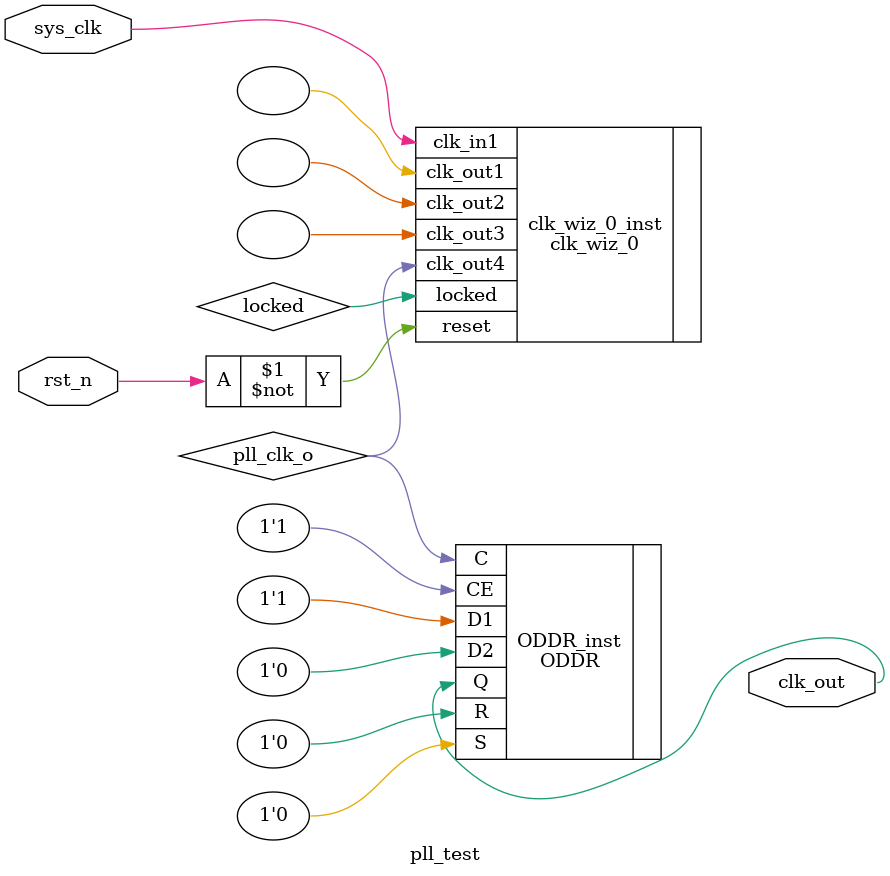
<source format=v>
`timescale 1ns / 1ps
                        
//================================================================================
//  Revision History:
 //  Date          By            Revision    Change Description
//--------------------------------------------------------------------------------
//  2018/01/03     lhj          1.0         Original
//*******************************************************************************/
//////////////////////////////////////////////////////////////////////////////////
module pll_test(
 input      sys_clk,            //system clock 50Mhz on board
input       rst_n,             //reset ,low active
output      clk_out           //pll clock output J8_Pin3

    );
    
wire        locked;
wire        pll_clk_o;

/////////////////////PLL IP call////////////////////////////
clk_wiz_0 clk_wiz_0_inst
   (// Clock in ports
    .clk_in1(sys_clk),            // IN 50Mhz
    // Clock out ports
    .clk_out1(),                // OUT 200Mhz
    .clk_out2(),               // OUT 100Mhz
    .clk_out3(),              // OUT 50Mhz
    .clk_out4(pll_clk_o),    // OUT 25Mhz	 
    // Status and control signals	 
    .reset(~rst_n),        // RESET IN
    .locked(locked));     // OUT


///////////////µ÷ÓÃODDRÊ¹Ê±ÖÓÐÅºÅÍ¨¹ýÆÕÍ¨IOÊä³ö//////////////////	  
ODDR #(
      .DDR_CLK_EDGE("SAME_EDGE")
       ) ODDR_inst (
      .Q        (clk_out  ),                   // 1-bit DDR output data
      .C        (pll_clk_o),                  // 1-bit clock input
      .CE       (1'b1     ),                 // 1-bit clock enable input
      .D1       (1'b1     ),                // 1-bit data input (associated with C)
      .D2       (1'b0     ),               // 1-bit data input (associated with C)
      .R        (1'b0     ),              // 1-bit reset input
      .S        (1'b0     )              // 1-bit set input
       );     	  

endmodule

</source>
